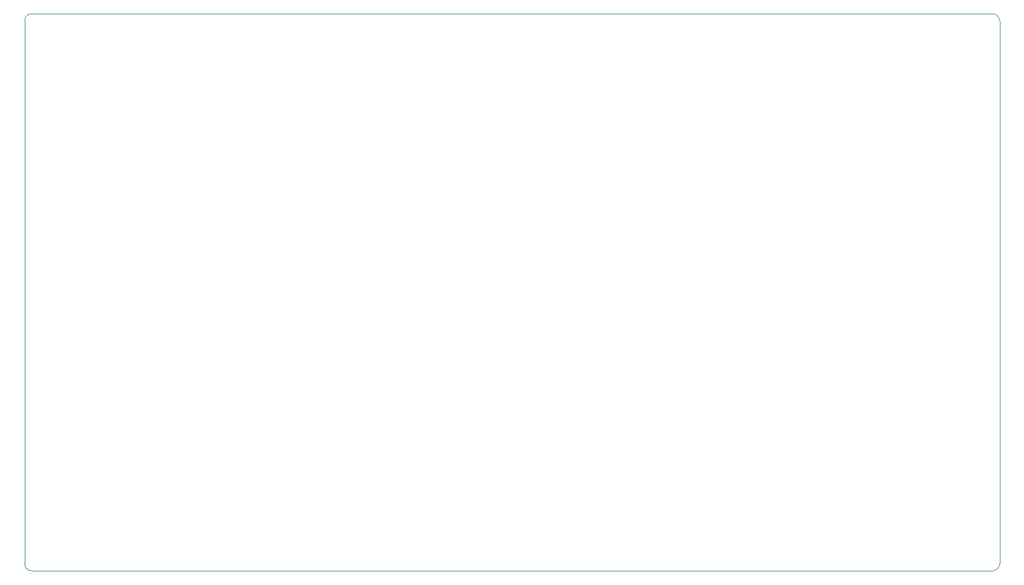
<source format=gm1>
G04 #@! TF.GenerationSoftware,KiCad,Pcbnew,(5.1.10)-1*
G04 #@! TF.CreationDate,2021-08-19T11:37:30+09:00*
G04 #@! TF.ProjectId,Lyra,4c797261-2e6b-4696-9361-645f70636258,rev?*
G04 #@! TF.SameCoordinates,Original*
G04 #@! TF.FileFunction,Profile,NP*
%FSLAX46Y46*%
G04 Gerber Fmt 4.6, Leading zero omitted, Abs format (unit mm)*
G04 Created by KiCad (PCBNEW (5.1.10)-1) date 2021-08-19 11:37:30*
%MOMM*%
%LPD*%
G01*
G04 APERTURE LIST*
G04 #@! TA.AperFunction,Profile*
%ADD10C,0.050000*%
G04 #@! TD*
G04 APERTURE END LIST*
D10*
X209812187Y-133945491D02*
G75*
G02*
X208812187Y-134945491I-1000000J0D01*
G01*
X77462243Y-134945747D02*
G75*
G02*
X76462243Y-133945747I0J1000000D01*
G01*
X209812187Y-59745491D02*
X209812187Y-133945491D01*
X208812187Y-134945491D02*
X77462243Y-134945747D01*
X76462243Y-133945747D02*
X76462243Y-59745747D01*
X76462243Y-59745747D02*
G75*
G02*
X77462243Y-58745747I1000000J0D01*
G01*
X77462243Y-58745747D02*
X208812187Y-58745491D01*
X208812187Y-58745491D02*
G75*
G02*
X209812187Y-59745491I0J-1000000D01*
G01*
M02*

</source>
